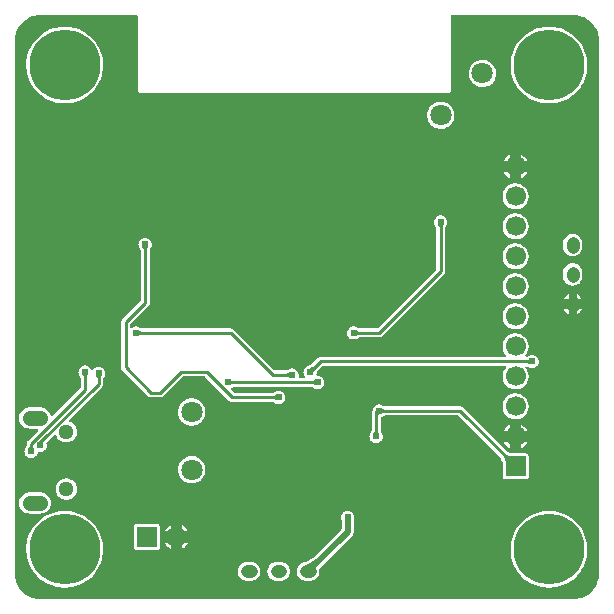
<source format=gbl>
G04 Layer: BottomLayer*
G04 EasyEDA v6.4.19.5, 2021-06-01T19:55:23+08:00*
G04 f6417cd83a5c4070a8feff0417839a82,e682ae8673584cf28fd3bb4b7cd2207e,10*
G04 Gerber Generator version 0.2*
G04 Scale: 100 percent, Rotated: No, Reflected: No *
G04 Dimensions in inches *
G04 leading zeros omitted , absolute positions ,3 integer and 6 decimal *
%FSLAX36Y36*%
%MOIN*%

%ADD10C,0.0100*%
%ADD11C,0.0200*%
%ADD14C,0.0240*%
%ADD40C,0.0709*%
%ADD41C,0.0512*%
%ADD42R,0.0669X0.0669*%
%ADD43C,0.0669*%
%ADD44C,0.2362*%
%ADD45C,0.0433*%

%LPD*%
G36*
X98720Y-1958400D02*
G01*
X90559Y-1958040D01*
X82920Y-1957020D01*
X75400Y-1955340D01*
X68060Y-1953000D01*
X60940Y-1950040D01*
X54120Y-1946459D01*
X47640Y-1942320D01*
X41520Y-1937620D01*
X35860Y-1932400D01*
X30660Y-1926699D01*
X25980Y-1920580D01*
X21860Y-1914079D01*
X18320Y-1907240D01*
X15380Y-1900120D01*
X13080Y-1892760D01*
X11419Y-1885240D01*
X10440Y-1877600D01*
X10100Y-1869780D01*
X10100Y-98720D01*
X10460Y-90559D01*
X11480Y-82920D01*
X13180Y-75400D01*
X15500Y-68060D01*
X18460Y-60940D01*
X22040Y-54120D01*
X26180Y-47640D01*
X30880Y-41520D01*
X36100Y-35860D01*
X41800Y-30660D01*
X47920Y-25980D01*
X54420Y-21860D01*
X61260Y-18320D01*
X68380Y-15380D01*
X75740Y-13080D01*
X83260Y-11419D01*
X90900Y-10440D01*
X98720Y-10100D01*
X415900Y-10100D01*
X417440Y-10400D01*
X418720Y-11279D01*
X419600Y-12560D01*
X419900Y-14100D01*
X419900Y-259760D01*
X420200Y-262300D01*
X421019Y-264440D01*
X422400Y-266440D01*
X423600Y-267640D01*
X425000Y-268660D01*
X427160Y-269640D01*
X430060Y-270100D01*
X1454760Y-270100D01*
X1457300Y-269800D01*
X1459440Y-268980D01*
X1461440Y-267600D01*
X1462640Y-266400D01*
X1463660Y-265000D01*
X1464640Y-262840D01*
X1465100Y-259940D01*
X1465100Y-14100D01*
X1465400Y-12560D01*
X1466279Y-11279D01*
X1467560Y-10400D01*
X1469100Y-10100D01*
X1869780Y-10100D01*
X1877940Y-10460D01*
X1885580Y-11480D01*
X1893100Y-13180D01*
X1900440Y-15500D01*
X1907560Y-18460D01*
X1914379Y-22040D01*
X1920880Y-26180D01*
X1926980Y-30880D01*
X1932640Y-36100D01*
X1937840Y-41800D01*
X1942520Y-47920D01*
X1946639Y-54420D01*
X1950180Y-61260D01*
X1953120Y-68380D01*
X1955420Y-75740D01*
X1957080Y-83260D01*
X1958060Y-90900D01*
X1958400Y-98720D01*
X1958400Y-1869780D01*
X1958040Y-1877940D01*
X1957020Y-1885580D01*
X1955340Y-1893100D01*
X1953000Y-1900440D01*
X1950040Y-1907560D01*
X1946459Y-1914379D01*
X1942320Y-1920880D01*
X1937620Y-1926980D01*
X1932400Y-1932640D01*
X1926699Y-1937840D01*
X1920580Y-1942520D01*
X1914079Y-1946639D01*
X1907240Y-1950180D01*
X1900120Y-1953120D01*
X1892760Y-1955420D01*
X1885240Y-1957080D01*
X1877600Y-1958060D01*
X1869780Y-1958400D01*
G37*

%LPC*%
G36*
X172200Y-1919440D02*
G01*
X182140Y-1919440D01*
X192060Y-1918680D01*
X201880Y-1917140D01*
X211560Y-1914840D01*
X221020Y-1911819D01*
X230219Y-1908060D01*
X239100Y-1903580D01*
X247620Y-1898460D01*
X255700Y-1892660D01*
X263320Y-1886279D01*
X270420Y-1879319D01*
X276960Y-1871819D01*
X282900Y-1863860D01*
X288200Y-1855440D01*
X292840Y-1846639D01*
X296780Y-1837520D01*
X300000Y-1828100D01*
X302480Y-1818480D01*
X304200Y-1808680D01*
X305160Y-1798800D01*
X305360Y-1788839D01*
X304780Y-1778920D01*
X303420Y-1769079D01*
X301320Y-1759360D01*
X298480Y-1749840D01*
X294900Y-1740560D01*
X290600Y-1731579D01*
X285640Y-1722980D01*
X280000Y-1714780D01*
X273760Y-1707040D01*
X266940Y-1699800D01*
X259579Y-1693120D01*
X251720Y-1687040D01*
X243420Y-1681560D01*
X234700Y-1676759D01*
X225660Y-1672660D01*
X216320Y-1669259D01*
X206740Y-1666579D01*
X196980Y-1664660D01*
X187100Y-1663520D01*
X177160Y-1663120D01*
X167240Y-1663520D01*
X157360Y-1664660D01*
X147600Y-1666579D01*
X138020Y-1669259D01*
X128680Y-1672660D01*
X119620Y-1676759D01*
X110920Y-1681560D01*
X102620Y-1687040D01*
X94760Y-1693120D01*
X87400Y-1699800D01*
X80580Y-1707040D01*
X74340Y-1714780D01*
X68700Y-1722980D01*
X63740Y-1731579D01*
X59440Y-1740560D01*
X55860Y-1749840D01*
X53019Y-1759360D01*
X50900Y-1769079D01*
X49560Y-1778920D01*
X48980Y-1788839D01*
X49180Y-1798800D01*
X50140Y-1808680D01*
X51860Y-1818480D01*
X54340Y-1828100D01*
X57560Y-1837520D01*
X61500Y-1846639D01*
X66140Y-1855440D01*
X71440Y-1863860D01*
X77380Y-1871819D01*
X83920Y-1879319D01*
X91020Y-1886279D01*
X98620Y-1892660D01*
X106720Y-1898460D01*
X115239Y-1903580D01*
X124120Y-1908060D01*
X133320Y-1911819D01*
X142780Y-1914840D01*
X152460Y-1917140D01*
X162280Y-1918680D01*
G37*
G36*
X1786360Y-1919440D02*
G01*
X1796300Y-1919440D01*
X1806220Y-1918680D01*
X1816040Y-1917140D01*
X1825720Y-1914840D01*
X1835180Y-1911819D01*
X1844379Y-1908060D01*
X1853280Y-1903580D01*
X1861780Y-1898460D01*
X1869880Y-1892660D01*
X1877500Y-1886279D01*
X1884600Y-1879319D01*
X1891120Y-1871819D01*
X1897060Y-1863860D01*
X1902360Y-1855440D01*
X1907000Y-1846639D01*
X1910940Y-1837520D01*
X1914160Y-1828100D01*
X1916639Y-1818480D01*
X1918360Y-1808680D01*
X1919319Y-1798800D01*
X1919520Y-1788839D01*
X1918940Y-1778920D01*
X1917600Y-1769079D01*
X1915500Y-1759360D01*
X1912640Y-1749840D01*
X1909060Y-1740560D01*
X1904760Y-1731579D01*
X1899800Y-1722980D01*
X1894180Y-1714780D01*
X1887940Y-1707040D01*
X1881100Y-1699800D01*
X1873740Y-1693120D01*
X1865880Y-1687040D01*
X1857580Y-1681560D01*
X1848880Y-1676759D01*
X1839820Y-1672660D01*
X1830480Y-1669259D01*
X1820900Y-1666579D01*
X1811140Y-1664660D01*
X1801279Y-1663520D01*
X1791339Y-1663120D01*
X1781399Y-1663520D01*
X1771519Y-1664660D01*
X1761759Y-1666579D01*
X1752200Y-1669259D01*
X1742840Y-1672660D01*
X1733800Y-1676759D01*
X1725100Y-1681560D01*
X1716780Y-1687040D01*
X1708920Y-1693120D01*
X1701560Y-1699800D01*
X1694740Y-1707040D01*
X1688500Y-1714780D01*
X1682880Y-1722980D01*
X1677900Y-1731579D01*
X1673620Y-1740560D01*
X1670040Y-1749840D01*
X1667180Y-1759360D01*
X1665080Y-1769079D01*
X1663740Y-1778920D01*
X1663160Y-1788839D01*
X1663340Y-1798800D01*
X1664300Y-1808680D01*
X1666040Y-1818480D01*
X1668520Y-1828100D01*
X1671740Y-1837520D01*
X1675680Y-1846639D01*
X1680300Y-1855440D01*
X1685600Y-1863860D01*
X1691540Y-1871819D01*
X1698080Y-1879319D01*
X1705180Y-1886279D01*
X1712800Y-1892660D01*
X1720880Y-1898460D01*
X1729400Y-1903580D01*
X1738280Y-1908060D01*
X1747480Y-1911819D01*
X1756960Y-1914840D01*
X1766620Y-1917140D01*
X1776459Y-1918680D01*
G37*
G36*
X785819Y-1896759D02*
G01*
X797320Y-1896759D01*
X802200Y-1896380D01*
X806840Y-1895340D01*
X811240Y-1893600D01*
X815360Y-1891220D01*
X819060Y-1888260D01*
X822300Y-1884800D01*
X824960Y-1880880D01*
X827020Y-1876600D01*
X828420Y-1872060D01*
X829120Y-1867380D01*
X829120Y-1862620D01*
X828420Y-1857940D01*
X827020Y-1853400D01*
X824960Y-1849120D01*
X822300Y-1845200D01*
X819060Y-1841740D01*
X815360Y-1838779D01*
X811240Y-1836399D01*
X806840Y-1834660D01*
X802200Y-1833620D01*
X797320Y-1833240D01*
X785819Y-1833240D01*
X780939Y-1833620D01*
X776300Y-1834660D01*
X771900Y-1836399D01*
X767780Y-1838779D01*
X764080Y-1841740D01*
X760840Y-1845200D01*
X758180Y-1849120D01*
X756120Y-1853400D01*
X754720Y-1857940D01*
X754020Y-1862620D01*
X754020Y-1867380D01*
X754720Y-1872060D01*
X756120Y-1876600D01*
X758180Y-1880880D01*
X760840Y-1884800D01*
X764080Y-1888260D01*
X767780Y-1891220D01*
X771900Y-1893600D01*
X776300Y-1895340D01*
X780939Y-1896380D01*
G37*
G36*
X884240Y-1896759D02*
G01*
X895759Y-1896759D01*
X900639Y-1896380D01*
X905260Y-1895340D01*
X909680Y-1893600D01*
X913780Y-1891220D01*
X917500Y-1888260D01*
X920720Y-1884800D01*
X923400Y-1880880D01*
X925440Y-1876600D01*
X926840Y-1872060D01*
X927560Y-1867380D01*
X927560Y-1862620D01*
X926840Y-1857940D01*
X925440Y-1853400D01*
X923400Y-1849120D01*
X920720Y-1845200D01*
X917500Y-1841740D01*
X913780Y-1838779D01*
X909680Y-1836399D01*
X905260Y-1834660D01*
X900639Y-1833620D01*
X895759Y-1833240D01*
X884240Y-1833240D01*
X879360Y-1833620D01*
X874740Y-1834660D01*
X870320Y-1836399D01*
X866200Y-1838779D01*
X862500Y-1841740D01*
X859280Y-1845200D01*
X856600Y-1849120D01*
X854539Y-1853400D01*
X853139Y-1857940D01*
X852440Y-1862620D01*
X852440Y-1867380D01*
X853139Y-1872060D01*
X854539Y-1876600D01*
X856600Y-1880880D01*
X859280Y-1884800D01*
X862500Y-1888260D01*
X866200Y-1891220D01*
X870320Y-1893600D01*
X874740Y-1895340D01*
X879360Y-1896380D01*
G37*
G36*
X982660Y-1896759D02*
G01*
X994180Y-1896759D01*
X999060Y-1896380D01*
X1003680Y-1895340D01*
X1008100Y-1893600D01*
X1012200Y-1891220D01*
X1015920Y-1888260D01*
X1019140Y-1884800D01*
X1021820Y-1880880D01*
X1023880Y-1876600D01*
X1025280Y-1872060D01*
X1025980Y-1867380D01*
X1025980Y-1862620D01*
X1025400Y-1858740D01*
X1025400Y-1857480D01*
X1025780Y-1856320D01*
X1026520Y-1855300D01*
X1134160Y-1747680D01*
X1135400Y-1746320D01*
X1136460Y-1744920D01*
X1137400Y-1743440D01*
X1138220Y-1741900D01*
X1138880Y-1740280D01*
X1139420Y-1738600D01*
X1139800Y-1736879D01*
X1140020Y-1735160D01*
X1140100Y-1733320D01*
X1140100Y-1694860D01*
X1140480Y-1693160D01*
X1140760Y-1692560D01*
X1141760Y-1688839D01*
X1142100Y-1685000D01*
X1141760Y-1681160D01*
X1140760Y-1677440D01*
X1139140Y-1673959D01*
X1136920Y-1670800D01*
X1134200Y-1668080D01*
X1131040Y-1665860D01*
X1127560Y-1664240D01*
X1123840Y-1663240D01*
X1120000Y-1662900D01*
X1116160Y-1663240D01*
X1112440Y-1664240D01*
X1108960Y-1665860D01*
X1105800Y-1668080D01*
X1103080Y-1670800D01*
X1100860Y-1673959D01*
X1099240Y-1677440D01*
X1098240Y-1681160D01*
X1097900Y-1685000D01*
X1098240Y-1688839D01*
X1099240Y-1692560D01*
X1099520Y-1693160D01*
X1099900Y-1694860D01*
X1099900Y-1723420D01*
X1099600Y-1724940D01*
X1098720Y-1726240D01*
X1005639Y-1819340D01*
X1004700Y-1820040D01*
X980300Y-1833080D01*
X978700Y-1833540D01*
X977780Y-1833620D01*
X973160Y-1834660D01*
X968740Y-1836399D01*
X964640Y-1838779D01*
X960920Y-1841740D01*
X957700Y-1845200D01*
X955020Y-1849120D01*
X952960Y-1853400D01*
X951560Y-1857940D01*
X950860Y-1862620D01*
X950860Y-1867380D01*
X951560Y-1872060D01*
X952960Y-1876600D01*
X955020Y-1880880D01*
X957700Y-1884800D01*
X960920Y-1888260D01*
X964640Y-1891220D01*
X968740Y-1893600D01*
X973160Y-1895340D01*
X977780Y-1896380D01*
G37*
G36*
X417540Y-1793560D02*
G01*
X484020Y-1793560D01*
X486500Y-1793280D01*
X488620Y-1792540D01*
X490540Y-1791339D01*
X492120Y-1789740D01*
X493320Y-1787840D01*
X494080Y-1785700D01*
X494360Y-1783240D01*
X494360Y-1716759D01*
X494080Y-1714280D01*
X493320Y-1712160D01*
X492120Y-1710260D01*
X490540Y-1708660D01*
X488620Y-1707460D01*
X486500Y-1706699D01*
X484020Y-1706440D01*
X417540Y-1706440D01*
X415080Y-1706699D01*
X412960Y-1707460D01*
X411040Y-1708660D01*
X409440Y-1710260D01*
X408240Y-1712160D01*
X407500Y-1714280D01*
X407220Y-1716759D01*
X407220Y-1783240D01*
X407500Y-1785700D01*
X408240Y-1787840D01*
X409440Y-1789740D01*
X411040Y-1791339D01*
X412960Y-1792540D01*
X415080Y-1793280D01*
G37*
G36*
X568440Y-1789019D02*
G01*
X569360Y-1788620D01*
X574140Y-1785720D01*
X578500Y-1782240D01*
X582380Y-1778240D01*
X585720Y-1773760D01*
X588260Y-1769220D01*
X568440Y-1769220D01*
G37*
G36*
X529980Y-1788980D02*
G01*
X529980Y-1769220D01*
X510240Y-1769220D01*
X511260Y-1771360D01*
X514300Y-1776040D01*
X517920Y-1780300D01*
X522060Y-1784040D01*
X526640Y-1787240D01*
G37*
G36*
X510240Y-1730760D02*
G01*
X529980Y-1730760D01*
X529980Y-1711000D01*
X526640Y-1712740D01*
X522060Y-1715940D01*
X517920Y-1719700D01*
X514300Y-1723940D01*
X511260Y-1728620D01*
G37*
G36*
X568440Y-1730760D02*
G01*
X588260Y-1730760D01*
X585720Y-1726240D01*
X582380Y-1721759D01*
X578500Y-1717760D01*
X574140Y-1714280D01*
X569360Y-1711380D01*
X568440Y-1710980D01*
G37*
G36*
X59860Y-1672420D02*
G01*
X95020Y-1672420D01*
X100020Y-1672080D01*
X104780Y-1671100D01*
X109380Y-1669460D01*
X113699Y-1667220D01*
X117680Y-1664420D01*
X121240Y-1661080D01*
X124300Y-1657300D01*
X126840Y-1653140D01*
X128780Y-1648680D01*
X130100Y-1644000D01*
X130760Y-1639160D01*
X130760Y-1634300D01*
X130100Y-1629480D01*
X128780Y-1624780D01*
X126840Y-1620320D01*
X124300Y-1616160D01*
X121240Y-1612380D01*
X117680Y-1609060D01*
X113699Y-1606240D01*
X109380Y-1604000D01*
X104780Y-1602380D01*
X100020Y-1601380D01*
X95020Y-1601040D01*
X59860Y-1601040D01*
X54860Y-1601380D01*
X50100Y-1602380D01*
X45500Y-1604000D01*
X41180Y-1606240D01*
X37200Y-1609060D01*
X33640Y-1612380D01*
X30580Y-1616160D01*
X28040Y-1620320D01*
X26100Y-1624780D01*
X24780Y-1629480D01*
X24120Y-1634300D01*
X24120Y-1639160D01*
X24780Y-1644000D01*
X26100Y-1648680D01*
X28040Y-1653140D01*
X30580Y-1657300D01*
X33640Y-1661080D01*
X37200Y-1664420D01*
X41180Y-1667220D01*
X45500Y-1669460D01*
X50100Y-1671100D01*
X54860Y-1672080D01*
G37*
G36*
X182560Y-1626160D02*
G01*
X187520Y-1625800D01*
X192399Y-1624780D01*
X197079Y-1623060D01*
X201460Y-1620740D01*
X205500Y-1617800D01*
X209080Y-1614340D01*
X212140Y-1610420D01*
X214620Y-1606120D01*
X216500Y-1601500D01*
X217700Y-1596660D01*
X218220Y-1591720D01*
X218039Y-1586740D01*
X217180Y-1581840D01*
X215640Y-1577100D01*
X213460Y-1572640D01*
X210680Y-1568500D01*
X207340Y-1564800D01*
X203540Y-1561600D01*
X199320Y-1558959D01*
X194760Y-1556940D01*
X189980Y-1555580D01*
X185040Y-1554880D01*
X180080Y-1554880D01*
X175140Y-1555580D01*
X170360Y-1556940D01*
X165799Y-1558959D01*
X161580Y-1561600D01*
X157780Y-1564800D01*
X154440Y-1568500D01*
X151660Y-1572640D01*
X149480Y-1577100D01*
X147940Y-1581840D01*
X147080Y-1586740D01*
X146900Y-1591720D01*
X147420Y-1596660D01*
X148620Y-1601500D01*
X150500Y-1606120D01*
X152980Y-1610420D01*
X156040Y-1614340D01*
X159620Y-1617800D01*
X163660Y-1620740D01*
X168039Y-1623060D01*
X172719Y-1624780D01*
X177600Y-1625800D01*
G37*
G36*
X600000Y-1571579D02*
G01*
X605700Y-1571220D01*
X611320Y-1570160D01*
X616760Y-1568400D01*
X621940Y-1565960D01*
X626760Y-1562900D01*
X631160Y-1559240D01*
X635080Y-1555080D01*
X638440Y-1550460D01*
X641200Y-1545440D01*
X643300Y-1540140D01*
X644720Y-1534600D01*
X645440Y-1528920D01*
X645440Y-1523200D01*
X644720Y-1517540D01*
X643300Y-1512000D01*
X641200Y-1506680D01*
X638440Y-1501660D01*
X635080Y-1497040D01*
X631160Y-1492880D01*
X626760Y-1489240D01*
X621940Y-1486160D01*
X616760Y-1483740D01*
X611320Y-1481960D01*
X605700Y-1480900D01*
X600000Y-1480540D01*
X594300Y-1480900D01*
X588680Y-1481960D01*
X583240Y-1483740D01*
X578060Y-1486160D01*
X573240Y-1489240D01*
X568840Y-1492880D01*
X564920Y-1497040D01*
X561560Y-1501660D01*
X558800Y-1506680D01*
X556700Y-1512000D01*
X555280Y-1517540D01*
X554560Y-1523200D01*
X554560Y-1528920D01*
X555280Y-1534600D01*
X556700Y-1540140D01*
X558800Y-1545440D01*
X561560Y-1550460D01*
X564920Y-1555080D01*
X568840Y-1559240D01*
X573240Y-1562900D01*
X578060Y-1565960D01*
X583240Y-1568400D01*
X588680Y-1570160D01*
X594300Y-1571220D01*
G37*
G36*
X1646759Y-1558560D02*
G01*
X1713240Y-1558560D01*
X1715700Y-1558280D01*
X1717840Y-1557540D01*
X1719740Y-1556339D01*
X1721339Y-1554740D01*
X1722540Y-1552840D01*
X1723280Y-1550700D01*
X1723560Y-1548240D01*
X1723560Y-1481759D01*
X1723280Y-1479300D01*
X1722540Y-1477160D01*
X1721339Y-1475260D01*
X1719740Y-1473660D01*
X1717840Y-1472460D01*
X1715700Y-1471720D01*
X1713240Y-1471440D01*
X1666500Y-1471440D01*
X1665240Y-1471240D01*
X1654660Y-1467700D01*
X1653100Y-1466740D01*
X1505820Y-1319460D01*
X1503380Y-1317460D01*
X1500780Y-1316060D01*
X1497940Y-1315200D01*
X1494800Y-1314900D01*
X1244540Y-1314900D01*
X1242820Y-1314520D01*
X1238220Y-1312320D01*
X1236040Y-1310860D01*
X1232560Y-1309240D01*
X1228840Y-1308240D01*
X1225000Y-1307900D01*
X1221160Y-1308240D01*
X1217440Y-1309240D01*
X1213960Y-1310860D01*
X1210800Y-1313080D01*
X1208080Y-1315800D01*
X1205860Y-1318959D01*
X1204240Y-1322440D01*
X1203240Y-1326160D01*
X1203120Y-1327240D01*
X1202100Y-1331960D01*
X1201720Y-1333020D01*
X1201060Y-1334220D01*
X1200200Y-1337060D01*
X1199900Y-1340200D01*
X1199900Y-1395460D01*
X1199520Y-1397180D01*
X1197320Y-1401780D01*
X1195860Y-1403959D01*
X1194240Y-1407440D01*
X1193240Y-1411160D01*
X1192900Y-1415000D01*
X1193240Y-1418839D01*
X1194240Y-1422560D01*
X1195860Y-1426040D01*
X1198080Y-1429199D01*
X1200800Y-1431920D01*
X1203960Y-1434139D01*
X1207440Y-1435760D01*
X1211160Y-1436759D01*
X1215000Y-1437100D01*
X1218840Y-1436759D01*
X1222560Y-1435760D01*
X1226040Y-1434139D01*
X1229200Y-1431920D01*
X1231920Y-1429199D01*
X1234140Y-1426040D01*
X1235760Y-1422560D01*
X1236760Y-1418839D01*
X1237100Y-1415000D01*
X1236760Y-1411160D01*
X1235760Y-1407440D01*
X1234140Y-1403959D01*
X1232680Y-1401780D01*
X1230480Y-1397180D01*
X1230100Y-1395460D01*
X1230100Y-1354460D01*
X1230380Y-1352980D01*
X1231200Y-1351699D01*
X1232400Y-1350820D01*
X1236040Y-1349139D01*
X1238220Y-1347680D01*
X1242820Y-1345480D01*
X1244540Y-1345100D01*
X1487080Y-1345100D01*
X1488620Y-1345400D01*
X1489920Y-1346279D01*
X1631740Y-1488080D01*
X1632700Y-1489660D01*
X1636240Y-1500240D01*
X1636440Y-1501500D01*
X1636440Y-1548240D01*
X1636720Y-1550700D01*
X1637460Y-1552840D01*
X1638660Y-1554740D01*
X1640260Y-1556339D01*
X1642160Y-1557540D01*
X1644300Y-1558280D01*
G37*
G36*
X65000Y-1487100D02*
G01*
X68840Y-1486759D01*
X72560Y-1485760D01*
X76040Y-1484139D01*
X79200Y-1481920D01*
X81920Y-1479199D01*
X84140Y-1476040D01*
X85760Y-1472560D01*
X86540Y-1469660D01*
X87120Y-1468400D01*
X88120Y-1467420D01*
X89380Y-1466819D01*
X90760Y-1466699D01*
X95000Y-1467100D01*
X98840Y-1466759D01*
X102560Y-1465760D01*
X106039Y-1464139D01*
X109200Y-1461920D01*
X111920Y-1459199D01*
X114140Y-1456040D01*
X115760Y-1452560D01*
X116760Y-1448839D01*
X117100Y-1445000D01*
X116760Y-1441160D01*
X116140Y-1438520D01*
X116060Y-1437160D01*
X116320Y-1435520D01*
X117240Y-1434120D01*
X142100Y-1409259D01*
X143400Y-1408380D01*
X144940Y-1408080D01*
X146480Y-1408400D01*
X147780Y-1409280D01*
X148640Y-1410580D01*
X150500Y-1415160D01*
X152980Y-1419480D01*
X156040Y-1423400D01*
X159620Y-1426860D01*
X163660Y-1429780D01*
X168039Y-1432120D01*
X172719Y-1433820D01*
X177600Y-1434860D01*
X182560Y-1435200D01*
X187520Y-1434860D01*
X192399Y-1433820D01*
X197079Y-1432120D01*
X201460Y-1429780D01*
X205500Y-1426860D01*
X209080Y-1423400D01*
X212140Y-1419480D01*
X214620Y-1415160D01*
X216500Y-1410560D01*
X217700Y-1405720D01*
X218220Y-1400780D01*
X218039Y-1395800D01*
X217180Y-1390900D01*
X215640Y-1386160D01*
X213460Y-1381680D01*
X210680Y-1377560D01*
X207340Y-1373860D01*
X203540Y-1370660D01*
X199320Y-1368020D01*
X194760Y-1366000D01*
X193980Y-1365780D01*
X192520Y-1365000D01*
X191500Y-1363700D01*
X191080Y-1362120D01*
X191360Y-1360480D01*
X192260Y-1359100D01*
X300540Y-1250820D01*
X302540Y-1248380D01*
X303940Y-1245780D01*
X304800Y-1242940D01*
X305100Y-1239800D01*
X305100Y-1224540D01*
X305480Y-1222820D01*
X307680Y-1218220D01*
X309140Y-1216040D01*
X310760Y-1212560D01*
X311760Y-1208840D01*
X312100Y-1205000D01*
X311760Y-1201160D01*
X310760Y-1197440D01*
X309140Y-1193960D01*
X306920Y-1190800D01*
X304200Y-1188080D01*
X301040Y-1185860D01*
X297560Y-1184240D01*
X293840Y-1183240D01*
X290000Y-1182900D01*
X286160Y-1183240D01*
X282440Y-1184240D01*
X278960Y-1185860D01*
X275800Y-1188080D01*
X273080Y-1190800D01*
X272200Y-1192060D01*
X270980Y-1193180D01*
X269400Y-1193720D01*
X267760Y-1193580D01*
X266300Y-1192780D01*
X265300Y-1191440D01*
X264140Y-1188960D01*
X261920Y-1185800D01*
X259200Y-1183080D01*
X256040Y-1180860D01*
X252560Y-1179240D01*
X248840Y-1178240D01*
X245000Y-1177900D01*
X241160Y-1178240D01*
X237440Y-1179240D01*
X233960Y-1180860D01*
X230799Y-1183080D01*
X228080Y-1185800D01*
X225859Y-1188960D01*
X224240Y-1192440D01*
X223240Y-1196160D01*
X222900Y-1200000D01*
X223240Y-1203840D01*
X224240Y-1207560D01*
X225859Y-1211040D01*
X227320Y-1213220D01*
X229520Y-1217820D01*
X229899Y-1219540D01*
X229899Y-1252080D01*
X229600Y-1253620D01*
X228720Y-1254920D01*
X136580Y-1347060D01*
X135200Y-1347980D01*
X133560Y-1348240D01*
X131960Y-1347820D01*
X130660Y-1346780D01*
X129900Y-1345320D01*
X128780Y-1341320D01*
X126840Y-1336860D01*
X124300Y-1332700D01*
X121240Y-1328920D01*
X117680Y-1325580D01*
X113699Y-1322780D01*
X109380Y-1320540D01*
X104780Y-1318920D01*
X100020Y-1317920D01*
X95020Y-1317580D01*
X59860Y-1317580D01*
X54860Y-1317920D01*
X50100Y-1318920D01*
X45500Y-1320540D01*
X41180Y-1322780D01*
X37200Y-1325580D01*
X33640Y-1328920D01*
X30580Y-1332700D01*
X28040Y-1336860D01*
X26100Y-1341320D01*
X24780Y-1346000D01*
X24120Y-1350840D01*
X24120Y-1355700D01*
X24780Y-1360520D01*
X26100Y-1365220D01*
X28040Y-1369680D01*
X30580Y-1373839D01*
X33640Y-1377620D01*
X37200Y-1380940D01*
X41180Y-1383760D01*
X45500Y-1386000D01*
X50100Y-1387620D01*
X54860Y-1388620D01*
X59860Y-1388959D01*
X85040Y-1388959D01*
X86560Y-1389259D01*
X87860Y-1390140D01*
X88720Y-1391420D01*
X89040Y-1392960D01*
X88720Y-1394480D01*
X87860Y-1395780D01*
X54460Y-1429180D01*
X52460Y-1431620D01*
X51060Y-1434220D01*
X50199Y-1437060D01*
X49900Y-1440200D01*
X49900Y-1445460D01*
X49520Y-1447180D01*
X47320Y-1451780D01*
X45860Y-1453959D01*
X44240Y-1457440D01*
X43240Y-1461160D01*
X42900Y-1465000D01*
X43240Y-1468839D01*
X44240Y-1472560D01*
X45860Y-1476040D01*
X48080Y-1479199D01*
X50800Y-1481920D01*
X53960Y-1484139D01*
X57440Y-1485760D01*
X61160Y-1486759D01*
G37*
G36*
X1699240Y-1454019D02*
G01*
X1700140Y-1453620D01*
X1704920Y-1450720D01*
X1709280Y-1447240D01*
X1713160Y-1443240D01*
X1716500Y-1438760D01*
X1719060Y-1434240D01*
X1699240Y-1434240D01*
G37*
G36*
X1660760Y-1454000D02*
G01*
X1660760Y-1434240D01*
X1641020Y-1434240D01*
X1642040Y-1436380D01*
X1645100Y-1441060D01*
X1648720Y-1445300D01*
X1652840Y-1449060D01*
X1657420Y-1452240D01*
G37*
G36*
X1641020Y-1395760D02*
G01*
X1660760Y-1395760D01*
X1660760Y-1376000D01*
X1657420Y-1377760D01*
X1652840Y-1380940D01*
X1648720Y-1384700D01*
X1645100Y-1388940D01*
X1642040Y-1393620D01*
G37*
G36*
X1699240Y-1395760D02*
G01*
X1719060Y-1395760D01*
X1716500Y-1391240D01*
X1713160Y-1386759D01*
X1709280Y-1382760D01*
X1704920Y-1379280D01*
X1700140Y-1376380D01*
X1699240Y-1375980D01*
G37*
G36*
X600000Y-1379460D02*
G01*
X605700Y-1379100D01*
X611320Y-1378040D01*
X616760Y-1376260D01*
X621940Y-1373839D01*
X626760Y-1370760D01*
X631160Y-1367120D01*
X635080Y-1362960D01*
X638440Y-1358340D01*
X641200Y-1353320D01*
X643300Y-1348000D01*
X644720Y-1342460D01*
X645440Y-1336800D01*
X645440Y-1331080D01*
X644720Y-1325400D01*
X643300Y-1319860D01*
X641200Y-1314560D01*
X638440Y-1309540D01*
X635080Y-1304920D01*
X631160Y-1300760D01*
X626760Y-1297100D01*
X621940Y-1294040D01*
X616760Y-1291600D01*
X611320Y-1289840D01*
X605700Y-1288779D01*
X600000Y-1288420D01*
X594300Y-1288779D01*
X588680Y-1289840D01*
X583240Y-1291600D01*
X578060Y-1294040D01*
X573240Y-1297100D01*
X568840Y-1300760D01*
X564920Y-1304920D01*
X561560Y-1309540D01*
X558800Y-1314560D01*
X556700Y-1319860D01*
X555280Y-1325400D01*
X554560Y-1331080D01*
X554560Y-1336800D01*
X555280Y-1342460D01*
X556700Y-1348000D01*
X558800Y-1353320D01*
X561560Y-1358340D01*
X564920Y-1362960D01*
X568840Y-1367120D01*
X573240Y-1370760D01*
X578060Y-1373839D01*
X583240Y-1376260D01*
X588680Y-1378040D01*
X594300Y-1379100D01*
G37*
G36*
X1678600Y-1358540D02*
G01*
X1684180Y-1358360D01*
X1689700Y-1357460D01*
X1695040Y-1355880D01*
X1700140Y-1353620D01*
X1704920Y-1350720D01*
X1709280Y-1347240D01*
X1713160Y-1343240D01*
X1716500Y-1338760D01*
X1719240Y-1333899D01*
X1721339Y-1328720D01*
X1722760Y-1323320D01*
X1723460Y-1317800D01*
X1723460Y-1312200D01*
X1722760Y-1306680D01*
X1721339Y-1301279D01*
X1719240Y-1296100D01*
X1716500Y-1291240D01*
X1713160Y-1286759D01*
X1709280Y-1282760D01*
X1704920Y-1279280D01*
X1700140Y-1276380D01*
X1695040Y-1274120D01*
X1689700Y-1272540D01*
X1684180Y-1271640D01*
X1678600Y-1271460D01*
X1673040Y-1272000D01*
X1667600Y-1273240D01*
X1662360Y-1275180D01*
X1657420Y-1277760D01*
X1652840Y-1280940D01*
X1648720Y-1284700D01*
X1645100Y-1288940D01*
X1642040Y-1293620D01*
X1639620Y-1298660D01*
X1637860Y-1303959D01*
X1636800Y-1309440D01*
X1636440Y-1315000D01*
X1636800Y-1320560D01*
X1637860Y-1326040D01*
X1639620Y-1331339D01*
X1642040Y-1336380D01*
X1645100Y-1341060D01*
X1648720Y-1345300D01*
X1652840Y-1349060D01*
X1657420Y-1352240D01*
X1662360Y-1354820D01*
X1667600Y-1356759D01*
X1673040Y-1358000D01*
G37*
G36*
X890000Y-1307100D02*
G01*
X893840Y-1306759D01*
X897560Y-1305760D01*
X901040Y-1304139D01*
X904200Y-1301920D01*
X906919Y-1299199D01*
X909140Y-1296040D01*
X910759Y-1292560D01*
X911760Y-1288839D01*
X912099Y-1285000D01*
X911760Y-1281160D01*
X910759Y-1277440D01*
X909140Y-1273960D01*
X906919Y-1270800D01*
X904200Y-1268080D01*
X901040Y-1265860D01*
X897560Y-1264240D01*
X893840Y-1263240D01*
X890000Y-1262900D01*
X886160Y-1263240D01*
X882440Y-1264240D01*
X878960Y-1265860D01*
X876780Y-1267320D01*
X872180Y-1269520D01*
X870460Y-1269900D01*
X742920Y-1269900D01*
X741380Y-1269600D01*
X740080Y-1268720D01*
X731140Y-1259800D01*
X730220Y-1258340D01*
X730000Y-1256620D01*
X730520Y-1254960D01*
X731680Y-1253680D01*
X733220Y-1252680D01*
X737820Y-1250480D01*
X739539Y-1250100D01*
X1000460Y-1250100D01*
X1002180Y-1250480D01*
X1006780Y-1252680D01*
X1008960Y-1254140D01*
X1012440Y-1255760D01*
X1016160Y-1256760D01*
X1020000Y-1257100D01*
X1023840Y-1256760D01*
X1027560Y-1255760D01*
X1031040Y-1254140D01*
X1034200Y-1251920D01*
X1036919Y-1249200D01*
X1039140Y-1246040D01*
X1040759Y-1242560D01*
X1041760Y-1238840D01*
X1042099Y-1235000D01*
X1041760Y-1231160D01*
X1040759Y-1227440D01*
X1039140Y-1223960D01*
X1036919Y-1220800D01*
X1034200Y-1218080D01*
X1031040Y-1215860D01*
X1027560Y-1214240D01*
X1023840Y-1213240D01*
X1018340Y-1212740D01*
X1017000Y-1212020D01*
X1016020Y-1210860D01*
X1015560Y-1209420D01*
X1015660Y-1207900D01*
X1016979Y-1202800D01*
X1018540Y-1198360D01*
X1019500Y-1196860D01*
X1035080Y-1181280D01*
X1036380Y-1180400D01*
X1037920Y-1180100D01*
X1643959Y-1180100D01*
X1645440Y-1180380D01*
X1646720Y-1181200D01*
X1647600Y-1182420D01*
X1647960Y-1183880D01*
X1647760Y-1185380D01*
X1647020Y-1186700D01*
X1645100Y-1188940D01*
X1642040Y-1193620D01*
X1639620Y-1198660D01*
X1637860Y-1203960D01*
X1636800Y-1209440D01*
X1636440Y-1215000D01*
X1636800Y-1220560D01*
X1637860Y-1226040D01*
X1639620Y-1231340D01*
X1642040Y-1236380D01*
X1645100Y-1241060D01*
X1648720Y-1245300D01*
X1652840Y-1249060D01*
X1657420Y-1252240D01*
X1662360Y-1254820D01*
X1667600Y-1256760D01*
X1673040Y-1258000D01*
X1678600Y-1258540D01*
X1684180Y-1258360D01*
X1689700Y-1257460D01*
X1695040Y-1255880D01*
X1700140Y-1253620D01*
X1704920Y-1250720D01*
X1709280Y-1247240D01*
X1713160Y-1243240D01*
X1716500Y-1238760D01*
X1719240Y-1233900D01*
X1721339Y-1228720D01*
X1722760Y-1223320D01*
X1723460Y-1217800D01*
X1723460Y-1212200D01*
X1722760Y-1206680D01*
X1721339Y-1201280D01*
X1719240Y-1196100D01*
X1716500Y-1191240D01*
X1713360Y-1187020D01*
X1712640Y-1185400D01*
X1712680Y-1183660D01*
X1713460Y-1182080D01*
X1714840Y-1181000D01*
X1716560Y-1180620D01*
X1718280Y-1181000D01*
X1721780Y-1182680D01*
X1723959Y-1184140D01*
X1727440Y-1185760D01*
X1731160Y-1186760D01*
X1735000Y-1187100D01*
X1738839Y-1186760D01*
X1742560Y-1185760D01*
X1746040Y-1184140D01*
X1749199Y-1181920D01*
X1751920Y-1179200D01*
X1754139Y-1176040D01*
X1755760Y-1172560D01*
X1756759Y-1168840D01*
X1757100Y-1165000D01*
X1756759Y-1161160D01*
X1755760Y-1157440D01*
X1754139Y-1153960D01*
X1751920Y-1150800D01*
X1749199Y-1148080D01*
X1746040Y-1145860D01*
X1742560Y-1144240D01*
X1738839Y-1143240D01*
X1735000Y-1142900D01*
X1731160Y-1143240D01*
X1727440Y-1144240D01*
X1723959Y-1145860D01*
X1721780Y-1147320D01*
X1718280Y-1149000D01*
X1716560Y-1149380D01*
X1714840Y-1149000D01*
X1713460Y-1147920D01*
X1712680Y-1146340D01*
X1712640Y-1144600D01*
X1713360Y-1142980D01*
X1716500Y-1138760D01*
X1719240Y-1133900D01*
X1721339Y-1128720D01*
X1722760Y-1123320D01*
X1723460Y-1117800D01*
X1723460Y-1112200D01*
X1722760Y-1106680D01*
X1721339Y-1101280D01*
X1719240Y-1096100D01*
X1716500Y-1091240D01*
X1713160Y-1086760D01*
X1709280Y-1082760D01*
X1704920Y-1079280D01*
X1700140Y-1076380D01*
X1695040Y-1074120D01*
X1689700Y-1072540D01*
X1684180Y-1071640D01*
X1678600Y-1071460D01*
X1673040Y-1072000D01*
X1667600Y-1073240D01*
X1662360Y-1075180D01*
X1657420Y-1077760D01*
X1652840Y-1080940D01*
X1648720Y-1084700D01*
X1645100Y-1088940D01*
X1642040Y-1093620D01*
X1639620Y-1098660D01*
X1637860Y-1103960D01*
X1636800Y-1109440D01*
X1636440Y-1115000D01*
X1636800Y-1120560D01*
X1637860Y-1126040D01*
X1639620Y-1131340D01*
X1642040Y-1136380D01*
X1645100Y-1141060D01*
X1647020Y-1143300D01*
X1647760Y-1144620D01*
X1647960Y-1146120D01*
X1647600Y-1147580D01*
X1646720Y-1148800D01*
X1645440Y-1149620D01*
X1643959Y-1149900D01*
X1030200Y-1149900D01*
X1027060Y-1150200D01*
X1024220Y-1151060D01*
X1021620Y-1152460D01*
X1019180Y-1154460D01*
X998139Y-1175500D01*
X996640Y-1176460D01*
X992200Y-1178020D01*
X987440Y-1179240D01*
X983960Y-1180860D01*
X980800Y-1183080D01*
X978080Y-1185800D01*
X975860Y-1188960D01*
X974240Y-1192440D01*
X973240Y-1196160D01*
X972900Y-1200000D01*
X973240Y-1203840D01*
X974240Y-1207560D01*
X975860Y-1211040D01*
X977660Y-1213600D01*
X978319Y-1215200D01*
X978240Y-1216940D01*
X977440Y-1218480D01*
X976080Y-1219520D01*
X974380Y-1219900D01*
X960340Y-1219900D01*
X958920Y-1219640D01*
X957660Y-1218880D01*
X956780Y-1217720D01*
X956360Y-1216320D01*
X956480Y-1214860D01*
X956760Y-1213840D01*
X957099Y-1210000D01*
X956760Y-1206160D01*
X955759Y-1202440D01*
X954140Y-1198960D01*
X951919Y-1195800D01*
X949200Y-1193080D01*
X946040Y-1190860D01*
X942560Y-1189240D01*
X938840Y-1188240D01*
X935000Y-1187900D01*
X931160Y-1188240D01*
X927440Y-1189240D01*
X923960Y-1190860D01*
X921780Y-1192320D01*
X917180Y-1194520D01*
X915460Y-1194900D01*
X877920Y-1194900D01*
X876380Y-1194600D01*
X875080Y-1193720D01*
X740819Y-1059460D01*
X738379Y-1057460D01*
X735780Y-1056060D01*
X732940Y-1055200D01*
X729800Y-1054900D01*
X434540Y-1054900D01*
X432819Y-1054520D01*
X428220Y-1052320D01*
X426040Y-1050860D01*
X422560Y-1049240D01*
X418840Y-1048240D01*
X415000Y-1047900D01*
X411160Y-1048240D01*
X407440Y-1049240D01*
X403960Y-1050860D01*
X401400Y-1052660D01*
X399799Y-1053320D01*
X398060Y-1053240D01*
X396520Y-1052440D01*
X395480Y-1051080D01*
X395100Y-1049380D01*
X395100Y-1042920D01*
X395400Y-1041380D01*
X396280Y-1040080D01*
X455540Y-980819D01*
X457540Y-978379D01*
X458940Y-975780D01*
X459799Y-972940D01*
X460100Y-969800D01*
X460100Y-794539D01*
X460480Y-792820D01*
X462680Y-788220D01*
X464140Y-786040D01*
X465760Y-782560D01*
X466760Y-778840D01*
X467100Y-775000D01*
X466760Y-771160D01*
X465760Y-767440D01*
X464140Y-763960D01*
X461920Y-760800D01*
X459200Y-758080D01*
X456040Y-755860D01*
X452560Y-754240D01*
X448840Y-753240D01*
X445000Y-752900D01*
X441160Y-753240D01*
X437440Y-754240D01*
X433960Y-755860D01*
X430800Y-758080D01*
X428080Y-760800D01*
X425860Y-763960D01*
X424240Y-767440D01*
X423240Y-771160D01*
X422900Y-775000D01*
X423240Y-778840D01*
X424240Y-782560D01*
X425860Y-786040D01*
X427320Y-788220D01*
X429520Y-792820D01*
X429900Y-794539D01*
X429900Y-962080D01*
X429600Y-963620D01*
X428720Y-964920D01*
X369460Y-1024180D01*
X367460Y-1026620D01*
X366060Y-1029220D01*
X365200Y-1032060D01*
X364900Y-1035200D01*
X364900Y-1184800D01*
X365200Y-1187940D01*
X366060Y-1190780D01*
X367460Y-1193380D01*
X369460Y-1195820D01*
X454180Y-1280540D01*
X456620Y-1282540D01*
X459219Y-1283940D01*
X462060Y-1284800D01*
X465200Y-1285100D01*
X494799Y-1285100D01*
X497939Y-1284800D01*
X500780Y-1283940D01*
X503380Y-1282540D01*
X505820Y-1280540D01*
X570080Y-1216280D01*
X571380Y-1215400D01*
X572920Y-1215100D01*
X642080Y-1215100D01*
X643620Y-1215400D01*
X644920Y-1216280D01*
X724180Y-1295540D01*
X726620Y-1297540D01*
X729220Y-1298940D01*
X732060Y-1299800D01*
X735200Y-1300100D01*
X870460Y-1300100D01*
X872180Y-1300480D01*
X876780Y-1302680D01*
X878960Y-1304139D01*
X882440Y-1305760D01*
X886160Y-1306759D01*
G37*
G36*
X1140000Y-1092100D02*
G01*
X1143840Y-1091760D01*
X1147560Y-1090760D01*
X1151040Y-1089140D01*
X1153220Y-1087680D01*
X1157820Y-1085480D01*
X1159540Y-1085100D01*
X1224800Y-1085100D01*
X1227940Y-1084800D01*
X1230780Y-1083940D01*
X1233380Y-1082540D01*
X1235820Y-1080540D01*
X1440540Y-875819D01*
X1442540Y-873379D01*
X1443940Y-870780D01*
X1444800Y-867940D01*
X1445100Y-864800D01*
X1445100Y-719539D01*
X1445480Y-717820D01*
X1447680Y-713220D01*
X1449139Y-711040D01*
X1450760Y-707560D01*
X1451759Y-703840D01*
X1452100Y-700000D01*
X1451759Y-696160D01*
X1450760Y-692440D01*
X1449139Y-688960D01*
X1446920Y-685800D01*
X1444199Y-683080D01*
X1441040Y-680860D01*
X1437560Y-679240D01*
X1433839Y-678240D01*
X1430000Y-677900D01*
X1426160Y-678240D01*
X1422440Y-679240D01*
X1418959Y-680860D01*
X1415800Y-683080D01*
X1413080Y-685800D01*
X1410860Y-688960D01*
X1409240Y-692440D01*
X1408240Y-696160D01*
X1407900Y-700000D01*
X1408240Y-703840D01*
X1409240Y-707560D01*
X1410860Y-711040D01*
X1412320Y-713220D01*
X1414520Y-717820D01*
X1414900Y-719539D01*
X1414900Y-857080D01*
X1414600Y-858620D01*
X1413720Y-859920D01*
X1219920Y-1053720D01*
X1218620Y-1054600D01*
X1217080Y-1054900D01*
X1159540Y-1054900D01*
X1157820Y-1054520D01*
X1153220Y-1052320D01*
X1151040Y-1050860D01*
X1147560Y-1049240D01*
X1143840Y-1048240D01*
X1140000Y-1047900D01*
X1136160Y-1048240D01*
X1132440Y-1049240D01*
X1128960Y-1050860D01*
X1125800Y-1053080D01*
X1123080Y-1055800D01*
X1120860Y-1058960D01*
X1119240Y-1062440D01*
X1118240Y-1066160D01*
X1117900Y-1070000D01*
X1118240Y-1073840D01*
X1119240Y-1077560D01*
X1120860Y-1081040D01*
X1123080Y-1084200D01*
X1125800Y-1086920D01*
X1128960Y-1089140D01*
X1132440Y-1090760D01*
X1136160Y-1091760D01*
G37*
G36*
X1678600Y-1058540D02*
G01*
X1684180Y-1058360D01*
X1689700Y-1057460D01*
X1695040Y-1055880D01*
X1700140Y-1053620D01*
X1704920Y-1050720D01*
X1709280Y-1047240D01*
X1713160Y-1043240D01*
X1716500Y-1038760D01*
X1719240Y-1033900D01*
X1721339Y-1028720D01*
X1722760Y-1023319D01*
X1723460Y-1017800D01*
X1723460Y-1012200D01*
X1722760Y-1006680D01*
X1721339Y-1001280D01*
X1719240Y-996100D01*
X1716500Y-991240D01*
X1713160Y-986760D01*
X1709280Y-982760D01*
X1704920Y-979280D01*
X1700140Y-976380D01*
X1695040Y-974120D01*
X1689700Y-972540D01*
X1684180Y-971640D01*
X1678600Y-971460D01*
X1673040Y-972000D01*
X1667600Y-973240D01*
X1662360Y-975180D01*
X1657420Y-977760D01*
X1652840Y-980939D01*
X1648720Y-984700D01*
X1645100Y-988940D01*
X1642040Y-993620D01*
X1639620Y-998660D01*
X1637860Y-1003960D01*
X1636800Y-1009440D01*
X1636440Y-1015000D01*
X1636800Y-1020560D01*
X1637860Y-1026040D01*
X1639620Y-1031340D01*
X1642040Y-1036380D01*
X1645100Y-1041060D01*
X1648720Y-1045300D01*
X1652840Y-1049060D01*
X1657420Y-1052240D01*
X1662360Y-1054820D01*
X1667600Y-1056760D01*
X1673040Y-1058000D01*
G37*
G36*
X1883320Y-1008060D02*
G01*
X1885880Y-1006820D01*
X1889800Y-1004160D01*
X1893260Y-1000920D01*
X1896220Y-997220D01*
X1898600Y-993100D01*
X1899940Y-989720D01*
X1883320Y-989720D01*
G37*
G36*
X1856680Y-1008060D02*
G01*
X1856680Y-989720D01*
X1840060Y-989720D01*
X1841399Y-993100D01*
X1843779Y-997220D01*
X1846740Y-1000920D01*
X1850200Y-1004160D01*
X1854120Y-1006820D01*
G37*
G36*
X1678600Y-958540D02*
G01*
X1684180Y-958360D01*
X1689700Y-957460D01*
X1695040Y-955879D01*
X1700140Y-953620D01*
X1704920Y-950720D01*
X1709280Y-947240D01*
X1713160Y-943240D01*
X1716500Y-938760D01*
X1719240Y-933900D01*
X1721339Y-928720D01*
X1722760Y-923319D01*
X1723460Y-917800D01*
X1723460Y-912200D01*
X1722760Y-906680D01*
X1721339Y-901280D01*
X1719240Y-896100D01*
X1716500Y-891240D01*
X1713160Y-886760D01*
X1709280Y-882760D01*
X1704920Y-879280D01*
X1700140Y-876380D01*
X1695040Y-874120D01*
X1689700Y-872540D01*
X1684180Y-871640D01*
X1678600Y-871460D01*
X1673040Y-872000D01*
X1667600Y-873240D01*
X1662360Y-875180D01*
X1657420Y-877760D01*
X1652840Y-880939D01*
X1648720Y-884700D01*
X1645100Y-888940D01*
X1642040Y-893620D01*
X1639620Y-898660D01*
X1637860Y-903960D01*
X1636800Y-909440D01*
X1636440Y-915000D01*
X1636800Y-920560D01*
X1637860Y-926040D01*
X1639620Y-931340D01*
X1642040Y-936380D01*
X1645100Y-941060D01*
X1648720Y-945300D01*
X1652840Y-949060D01*
X1657420Y-952240D01*
X1662360Y-954820D01*
X1667600Y-956760D01*
X1673040Y-958000D01*
G37*
G36*
X1883320Y-957159D02*
G01*
X1899940Y-957159D01*
X1898600Y-953760D01*
X1896220Y-949640D01*
X1893260Y-945939D01*
X1889800Y-942700D01*
X1885880Y-940040D01*
X1883320Y-938820D01*
G37*
G36*
X1840060Y-957159D02*
G01*
X1856680Y-957159D01*
X1856680Y-938820D01*
X1854120Y-940040D01*
X1850200Y-942700D01*
X1846740Y-945939D01*
X1843779Y-949640D01*
X1841399Y-953760D01*
G37*
G36*
X1867620Y-912560D02*
G01*
X1872380Y-912560D01*
X1877060Y-911860D01*
X1881600Y-910460D01*
X1885880Y-908400D01*
X1889800Y-905720D01*
X1893260Y-902500D01*
X1896220Y-898800D01*
X1898600Y-894680D01*
X1900340Y-890260D01*
X1901380Y-885639D01*
X1901759Y-880759D01*
X1901759Y-869240D01*
X1901380Y-864360D01*
X1900340Y-859740D01*
X1898600Y-855320D01*
X1896220Y-851220D01*
X1893260Y-847500D01*
X1889800Y-844280D01*
X1885880Y-841600D01*
X1881600Y-839560D01*
X1877060Y-838160D01*
X1872380Y-837440D01*
X1867620Y-837440D01*
X1862940Y-838160D01*
X1858400Y-839560D01*
X1854120Y-841600D01*
X1850200Y-844280D01*
X1846740Y-847500D01*
X1843779Y-851220D01*
X1841399Y-855320D01*
X1839660Y-859740D01*
X1838620Y-864360D01*
X1838240Y-869240D01*
X1838240Y-880759D01*
X1838620Y-885639D01*
X1839660Y-890260D01*
X1841399Y-894680D01*
X1843779Y-898800D01*
X1846740Y-902500D01*
X1850200Y-905720D01*
X1854120Y-908400D01*
X1858400Y-910460D01*
X1862940Y-911860D01*
G37*
G36*
X1678600Y-858540D02*
G01*
X1684180Y-858360D01*
X1689700Y-857460D01*
X1695040Y-855879D01*
X1700140Y-853620D01*
X1704920Y-850720D01*
X1709280Y-847240D01*
X1713160Y-843240D01*
X1716500Y-838760D01*
X1719240Y-833900D01*
X1721339Y-828720D01*
X1722760Y-823319D01*
X1723460Y-817800D01*
X1723460Y-812200D01*
X1722760Y-806680D01*
X1721339Y-801280D01*
X1719240Y-796100D01*
X1716500Y-791240D01*
X1713160Y-786760D01*
X1709280Y-782760D01*
X1704920Y-779280D01*
X1700140Y-776380D01*
X1695040Y-774120D01*
X1689700Y-772540D01*
X1684180Y-771640D01*
X1678600Y-771460D01*
X1673040Y-772000D01*
X1667600Y-773240D01*
X1662360Y-775180D01*
X1657420Y-777760D01*
X1652840Y-780939D01*
X1648720Y-784700D01*
X1645100Y-788940D01*
X1642040Y-793620D01*
X1639620Y-798660D01*
X1637860Y-803960D01*
X1636800Y-809440D01*
X1636440Y-815000D01*
X1636800Y-820560D01*
X1637860Y-826040D01*
X1639620Y-831340D01*
X1642040Y-836380D01*
X1645100Y-841060D01*
X1648720Y-845300D01*
X1652840Y-849060D01*
X1657420Y-852240D01*
X1662360Y-854820D01*
X1667600Y-856760D01*
X1673040Y-858000D01*
G37*
G36*
X1867620Y-814140D02*
G01*
X1872380Y-814140D01*
X1877060Y-813439D01*
X1881600Y-812039D01*
X1885880Y-809980D01*
X1889800Y-807300D01*
X1893260Y-804080D01*
X1896220Y-800360D01*
X1898600Y-796260D01*
X1900340Y-791840D01*
X1901380Y-787220D01*
X1901759Y-782340D01*
X1901759Y-770819D01*
X1901380Y-765939D01*
X1900340Y-761320D01*
X1898600Y-756900D01*
X1896220Y-752800D01*
X1893260Y-749080D01*
X1889800Y-745860D01*
X1885880Y-743180D01*
X1881600Y-741120D01*
X1877060Y-739720D01*
X1872380Y-739020D01*
X1867620Y-739020D01*
X1862940Y-739720D01*
X1858400Y-741120D01*
X1854120Y-743180D01*
X1850200Y-745860D01*
X1846740Y-749080D01*
X1843779Y-752800D01*
X1841399Y-756900D01*
X1839660Y-761320D01*
X1838620Y-765939D01*
X1838240Y-770819D01*
X1838240Y-782340D01*
X1838620Y-787220D01*
X1839660Y-791840D01*
X1841399Y-796260D01*
X1843779Y-800360D01*
X1846740Y-804080D01*
X1850200Y-807300D01*
X1854120Y-809980D01*
X1858400Y-812039D01*
X1862940Y-813439D01*
G37*
G36*
X1678600Y-758540D02*
G01*
X1684180Y-758360D01*
X1689700Y-757460D01*
X1695040Y-755879D01*
X1700140Y-753620D01*
X1704920Y-750720D01*
X1709280Y-747240D01*
X1713160Y-743240D01*
X1716500Y-738760D01*
X1719240Y-733900D01*
X1721339Y-728720D01*
X1722760Y-723319D01*
X1723460Y-717800D01*
X1723460Y-712200D01*
X1722760Y-706680D01*
X1721339Y-701280D01*
X1719240Y-696100D01*
X1716500Y-691240D01*
X1713160Y-686760D01*
X1709280Y-682760D01*
X1704920Y-679280D01*
X1700140Y-676380D01*
X1695040Y-674120D01*
X1689700Y-672540D01*
X1684180Y-671640D01*
X1678600Y-671460D01*
X1673040Y-672000D01*
X1667600Y-673240D01*
X1662360Y-675180D01*
X1657420Y-677760D01*
X1652840Y-680939D01*
X1648720Y-684700D01*
X1645100Y-688940D01*
X1642040Y-693620D01*
X1639620Y-698660D01*
X1637860Y-703960D01*
X1636800Y-709440D01*
X1636440Y-715000D01*
X1636800Y-720560D01*
X1637860Y-726040D01*
X1639620Y-731340D01*
X1642040Y-736380D01*
X1645100Y-741060D01*
X1648720Y-745300D01*
X1652840Y-749060D01*
X1657420Y-752240D01*
X1662360Y-754820D01*
X1667600Y-756760D01*
X1673040Y-758000D01*
G37*
G36*
X1678600Y-658540D02*
G01*
X1684180Y-658360D01*
X1689700Y-657460D01*
X1695040Y-655879D01*
X1700140Y-653620D01*
X1704920Y-650720D01*
X1709280Y-647240D01*
X1713160Y-643240D01*
X1716500Y-638760D01*
X1719240Y-633900D01*
X1721339Y-628720D01*
X1722760Y-623320D01*
X1723460Y-617800D01*
X1723460Y-612200D01*
X1722760Y-606680D01*
X1721339Y-601280D01*
X1719240Y-596100D01*
X1716500Y-591240D01*
X1713160Y-586760D01*
X1709280Y-582760D01*
X1704920Y-579280D01*
X1700140Y-576380D01*
X1695040Y-574120D01*
X1689700Y-572540D01*
X1684180Y-571640D01*
X1678600Y-571460D01*
X1673040Y-572000D01*
X1667600Y-573240D01*
X1662360Y-575180D01*
X1657420Y-577760D01*
X1652840Y-580940D01*
X1648720Y-584700D01*
X1645100Y-588940D01*
X1642040Y-593620D01*
X1639620Y-598660D01*
X1637860Y-603960D01*
X1636800Y-609440D01*
X1636440Y-615000D01*
X1636800Y-620560D01*
X1637860Y-626040D01*
X1639620Y-631340D01*
X1642040Y-636380D01*
X1645100Y-641060D01*
X1648720Y-645300D01*
X1652840Y-649060D01*
X1657420Y-652240D01*
X1662360Y-654820D01*
X1667600Y-656760D01*
X1673040Y-658000D01*
G37*
G36*
X1699240Y-554020D02*
G01*
X1700140Y-553620D01*
X1704920Y-550720D01*
X1709280Y-547240D01*
X1713160Y-543240D01*
X1716500Y-538760D01*
X1719060Y-534240D01*
X1699240Y-534240D01*
G37*
G36*
X1660760Y-554000D02*
G01*
X1660760Y-534240D01*
X1641020Y-534240D01*
X1642040Y-536380D01*
X1645100Y-541060D01*
X1648720Y-545300D01*
X1652840Y-549060D01*
X1657420Y-552240D01*
G37*
G36*
X1641020Y-495760D02*
G01*
X1660760Y-495760D01*
X1660760Y-476000D01*
X1657420Y-477760D01*
X1652840Y-480940D01*
X1648720Y-484700D01*
X1645100Y-488940D01*
X1642040Y-493620D01*
G37*
G36*
X1699240Y-495760D02*
G01*
X1719060Y-495760D01*
X1716500Y-491240D01*
X1713160Y-486760D01*
X1709280Y-482760D01*
X1704920Y-479280D01*
X1700140Y-476380D01*
X1699240Y-475980D01*
G37*
G36*
X1428980Y-390100D02*
G01*
X1434700Y-389920D01*
X1440340Y-389020D01*
X1445840Y-387420D01*
X1451080Y-385160D01*
X1456000Y-382239D01*
X1460520Y-378740D01*
X1464560Y-374700D01*
X1468060Y-370180D01*
X1470980Y-365260D01*
X1473240Y-360020D01*
X1474840Y-354520D01*
X1475740Y-348880D01*
X1475920Y-343160D01*
X1475380Y-337460D01*
X1474120Y-331880D01*
X1472180Y-326520D01*
X1469600Y-321420D01*
X1466380Y-316680D01*
X1462600Y-312400D01*
X1458320Y-308620D01*
X1453580Y-305400D01*
X1448480Y-302820D01*
X1443120Y-300880D01*
X1437540Y-299620D01*
X1431840Y-299080D01*
X1426120Y-299260D01*
X1420480Y-300160D01*
X1414980Y-301760D01*
X1409740Y-304020D01*
X1404820Y-306940D01*
X1400300Y-310440D01*
X1396260Y-314480D01*
X1392760Y-319000D01*
X1389840Y-323920D01*
X1387580Y-329159D01*
X1385980Y-334660D01*
X1385080Y-340300D01*
X1384900Y-346019D01*
X1385440Y-351719D01*
X1386699Y-357299D01*
X1388620Y-362680D01*
X1391220Y-367760D01*
X1394440Y-372500D01*
X1398220Y-376780D01*
X1402500Y-380560D01*
X1407240Y-383780D01*
X1412320Y-386380D01*
X1417700Y-388300D01*
X1423280Y-389560D01*
G37*
G36*
X172200Y-305280D02*
G01*
X182140Y-305280D01*
X192060Y-304500D01*
X201880Y-302960D01*
X211560Y-300680D01*
X221020Y-297640D01*
X230219Y-293880D01*
X239100Y-289420D01*
X247620Y-284280D01*
X255700Y-278500D01*
X263320Y-272100D01*
X270420Y-265140D01*
X276960Y-257659D01*
X282900Y-249680D01*
X288200Y-241260D01*
X292840Y-232480D01*
X296780Y-223340D01*
X300000Y-213939D01*
X302480Y-204300D01*
X304200Y-194520D01*
X305160Y-184620D01*
X305360Y-174680D01*
X304780Y-164760D01*
X303420Y-154900D01*
X301320Y-145180D01*
X298480Y-135660D01*
X294900Y-126380D01*
X290600Y-117420D01*
X285640Y-108800D01*
X280000Y-100600D01*
X273760Y-92860D01*
X266940Y-85640D01*
X259579Y-78960D01*
X251720Y-72860D01*
X243420Y-67400D01*
X234700Y-62600D01*
X225660Y-58480D01*
X216320Y-55080D01*
X206740Y-52420D01*
X196980Y-50500D01*
X187100Y-49340D01*
X177180Y-48960D01*
X167240Y-49340D01*
X157360Y-50500D01*
X147600Y-52420D01*
X138020Y-55080D01*
X128680Y-58480D01*
X119640Y-62600D01*
X110920Y-67400D01*
X102620Y-72860D01*
X94760Y-78960D01*
X87400Y-85640D01*
X80580Y-92860D01*
X74340Y-100600D01*
X68700Y-108800D01*
X63740Y-117420D01*
X59440Y-126380D01*
X55860Y-135660D01*
X53019Y-145180D01*
X50920Y-154900D01*
X49560Y-164760D01*
X48980Y-174680D01*
X49180Y-184620D01*
X50140Y-194520D01*
X51860Y-204300D01*
X54340Y-213939D01*
X57560Y-223340D01*
X61500Y-232480D01*
X66140Y-241260D01*
X71440Y-249680D01*
X77380Y-257659D01*
X83920Y-265140D01*
X91020Y-272100D01*
X98640Y-278500D01*
X106720Y-284280D01*
X115239Y-289420D01*
X124120Y-293880D01*
X133320Y-297640D01*
X142780Y-300680D01*
X152460Y-302960D01*
X162280Y-304500D01*
G37*
G36*
X1786360Y-305280D02*
G01*
X1796300Y-305280D01*
X1806220Y-304500D01*
X1816040Y-302980D01*
X1825720Y-300680D01*
X1835180Y-297640D01*
X1844400Y-293880D01*
X1853280Y-289420D01*
X1861780Y-284280D01*
X1869880Y-278500D01*
X1877500Y-272100D01*
X1884600Y-265140D01*
X1891120Y-257659D01*
X1897060Y-249680D01*
X1902360Y-241280D01*
X1907000Y-232480D01*
X1910940Y-223340D01*
X1914160Y-213939D01*
X1916639Y-204300D01*
X1918360Y-194520D01*
X1919319Y-184620D01*
X1919520Y-174680D01*
X1918940Y-164760D01*
X1917600Y-154900D01*
X1915500Y-145180D01*
X1912640Y-135660D01*
X1909060Y-126380D01*
X1904760Y-117420D01*
X1899800Y-108800D01*
X1894180Y-100600D01*
X1887940Y-92860D01*
X1881100Y-85640D01*
X1873740Y-78960D01*
X1865880Y-72860D01*
X1857580Y-67400D01*
X1848880Y-62600D01*
X1839820Y-58480D01*
X1830480Y-55080D01*
X1820900Y-52420D01*
X1811140Y-50500D01*
X1801279Y-49340D01*
X1791339Y-48960D01*
X1781399Y-49340D01*
X1771519Y-50500D01*
X1761780Y-52420D01*
X1752200Y-55080D01*
X1742840Y-58480D01*
X1733800Y-62600D01*
X1725100Y-67400D01*
X1716780Y-72860D01*
X1708920Y-78960D01*
X1701560Y-85640D01*
X1694740Y-92860D01*
X1688500Y-100600D01*
X1682880Y-108800D01*
X1677900Y-117420D01*
X1673620Y-126380D01*
X1670040Y-135660D01*
X1667180Y-145180D01*
X1665080Y-154900D01*
X1663740Y-164760D01*
X1663160Y-174680D01*
X1663340Y-184620D01*
X1664300Y-194520D01*
X1666040Y-204300D01*
X1668520Y-213939D01*
X1671740Y-223340D01*
X1675680Y-232480D01*
X1680300Y-241280D01*
X1685600Y-249680D01*
X1691540Y-257659D01*
X1698080Y-265140D01*
X1705180Y-272100D01*
X1712800Y-278500D01*
X1720880Y-284280D01*
X1729400Y-289420D01*
X1738280Y-293880D01*
X1747480Y-297640D01*
X1756960Y-300680D01*
X1766620Y-302980D01*
X1776459Y-304500D01*
G37*
G36*
X1568180Y-250900D02*
G01*
X1573880Y-250720D01*
X1579540Y-249820D01*
X1585020Y-248220D01*
X1590280Y-245960D01*
X1595200Y-243039D01*
X1599720Y-239540D01*
X1603760Y-235500D01*
X1607260Y-230980D01*
X1610160Y-226060D01*
X1612440Y-220820D01*
X1614040Y-215320D01*
X1614920Y-209680D01*
X1615100Y-203960D01*
X1614560Y-198280D01*
X1613320Y-192700D01*
X1611380Y-187320D01*
X1608800Y-182220D01*
X1605580Y-177500D01*
X1601800Y-173200D01*
X1597500Y-169420D01*
X1592780Y-166200D01*
X1587680Y-163619D01*
X1582300Y-161680D01*
X1576720Y-160440D01*
X1571040Y-159900D01*
X1565320Y-160080D01*
X1559680Y-160960D01*
X1554180Y-162560D01*
X1548940Y-164840D01*
X1544019Y-167740D01*
X1539500Y-171240D01*
X1535460Y-175280D01*
X1531960Y-179800D01*
X1529040Y-184720D01*
X1526780Y-189980D01*
X1525180Y-195460D01*
X1524280Y-201119D01*
X1524100Y-206820D01*
X1524640Y-212520D01*
X1525880Y-218100D01*
X1527820Y-223480D01*
X1530420Y-228560D01*
X1533640Y-233299D01*
X1537420Y-237580D01*
X1541699Y-241360D01*
X1546440Y-244579D01*
X1551519Y-247180D01*
X1556900Y-249120D01*
X1562480Y-250360D01*
G37*

%LPD*%
G36*
X1421000Y-707940D02*
G01*
X1425000Y-716340D01*
X1435000Y-716340D01*
X1439000Y-707940D01*
G37*
G36*
X1147940Y-1061000D02*
G01*
X1147940Y-1079000D01*
X1156340Y-1075000D01*
X1156340Y-1065000D01*
G37*
G36*
X1012060Y-1226000D02*
G01*
X1003660Y-1230000D01*
X1003660Y-1240000D01*
X1012060Y-1244000D01*
G37*
G36*
X727940Y-1226000D02*
G01*
X727940Y-1244000D01*
X736340Y-1240000D01*
X736340Y-1230000D01*
G37*
G36*
X927060Y-1201000D02*
G01*
X918660Y-1205000D01*
X918660Y-1215000D01*
X927060Y-1219000D01*
G37*
G36*
X60000Y-1448660D02*
G01*
X56000Y-1457060D01*
X74000Y-1457060D01*
X70000Y-1448660D01*
G37*
G36*
X236000Y-1207940D02*
G01*
X240000Y-1216340D01*
X250000Y-1216340D01*
X254000Y-1207940D01*
G37*
G36*
X281000Y-1212940D02*
G01*
X285000Y-1221340D01*
X295000Y-1221340D01*
X299000Y-1212940D01*
G37*
G36*
X95200Y-1427740D02*
G01*
X89140Y-1434520D01*
X106140Y-1440500D01*
X105660Y-1431420D01*
G37*
G36*
X422939Y-1061000D02*
G01*
X422939Y-1079000D01*
X431340Y-1075000D01*
X431340Y-1065000D01*
G37*
G36*
X1111000Y-1692940D02*
G01*
X1110000Y-1701339D01*
X1130000Y-1701339D01*
X1129000Y-1692940D01*
G37*
G36*
X1232940Y-1321000D02*
G01*
X1232940Y-1339000D01*
X1241340Y-1335000D01*
X1241340Y-1325000D01*
G37*
G36*
X1213020Y-1329240D02*
G01*
X1211460Y-1336459D01*
X1218540Y-1343540D01*
X1225760Y-1341980D01*
G37*
G36*
X1210000Y-1398660D02*
G01*
X1206000Y-1407060D01*
X1224000Y-1407060D01*
X1220000Y-1398660D01*
G37*
G36*
X882060Y-1276000D02*
G01*
X873660Y-1280000D01*
X873660Y-1290000D01*
X882060Y-1294000D01*
G37*
G36*
X1003020Y-1184900D02*
G01*
X994240Y-1188020D01*
X1006979Y-1200760D01*
X1010100Y-1191980D01*
G37*
G36*
X1727060Y-1156000D02*
G01*
X1718660Y-1160000D01*
X1718660Y-1170000D01*
X1727060Y-1174000D01*
G37*
G36*
X436000Y-782940D02*
G01*
X440000Y-791340D01*
X450000Y-791340D01*
X454000Y-782940D01*
G37*
G36*
X1648300Y-1476240D02*
G01*
X1641220Y-1483300D01*
X1646540Y-1499199D01*
X1664220Y-1481540D01*
G37*
G36*
X1011300Y-1827960D02*
G01*
X982520Y-1843340D01*
X994320Y-1843340D01*
X1031380Y-1836180D01*
G37*
D10*
X1140000Y-1070000D02*
G01*
X1225000Y-1070000D01*
X1395000Y-900000D01*
X1430000Y-865000D01*
X1430000Y-700000D01*
X1225000Y-1330000D02*
G01*
X1495000Y-1330000D01*
X1680000Y-1515000D01*
X415000Y-1070000D02*
G01*
X730000Y-1070000D01*
X870000Y-1210000D01*
X935000Y-1210000D01*
X720000Y-1235000D02*
G01*
X1020000Y-1235000D01*
X1225000Y-1330000D02*
G01*
X1215000Y-1340000D01*
X1215000Y-1415000D01*
D11*
X988400Y-1865000D02*
G01*
X1120000Y-1733400D01*
X1120000Y-1685000D01*
D10*
X995000Y-1200000D02*
G01*
X1030000Y-1165000D01*
X1710000Y-1165000D01*
X1735000Y-1165000D01*
X445000Y-775000D02*
G01*
X445000Y-970000D01*
X380000Y-1035000D01*
X380000Y-1185000D01*
X465000Y-1270000D01*
X495000Y-1270000D01*
X565000Y-1200000D01*
X650000Y-1200000D01*
X735000Y-1285000D01*
X890000Y-1285000D01*
X245000Y-1200000D02*
G01*
X245000Y-1260000D01*
X95000Y-1410000D01*
X65000Y-1440000D01*
X65000Y-1465000D01*
X95000Y-1445000D02*
G01*
X95000Y-1435000D01*
X290000Y-1240000D01*
X290000Y-1205000D01*
D40*
G01*
X1569600Y-205399D03*
G01*
X1430399Y-344600D03*
G01*
X600000Y-1333939D03*
G01*
X600000Y-1526060D03*
D41*
G01*
X182559Y-1399529D03*
G01*
X182559Y-1590470D03*
D42*
G01*
X1680000Y-1515000D03*
D43*
G01*
X1680000Y-1415000D03*
G01*
X1680000Y-1315000D03*
G01*
X1680000Y-1215000D03*
G01*
X1680000Y-1115000D03*
G01*
X1680000Y-1015000D03*
G01*
X1680000Y-915000D03*
G01*
X1680000Y-815000D03*
G01*
X1680000Y-715000D03*
G01*
X1680000Y-615000D03*
G01*
X1680000Y-515000D03*
D44*
G01*
X1791340Y-177170D03*
G01*
X177170Y-177170D03*
G01*
X177170Y-1791340D03*
G01*
X1791340Y-1791340D03*
G36*
X417321Y-1783461D02*
G01*
X484252Y-1783461D01*
X484252Y-1716531D01*
X417321Y-1716531D01*
G37*
D43*
G01*
X549209Y-1750000D03*
D14*
G01*
X1020000Y-1235000D03*
G01*
X720000Y-1235000D03*
G01*
X935000Y-1210000D03*
G01*
X65000Y-1465000D03*
G01*
X245000Y-1200000D03*
G01*
X290000Y-1205000D03*
G01*
X95000Y-1445000D03*
G01*
X415000Y-1070000D03*
G01*
X1120000Y-1685000D03*
G01*
X1225000Y-1330000D03*
G01*
X1215000Y-1415000D03*
G01*
X890000Y-1285000D03*
G01*
X995000Y-1200000D03*
G01*
X1735000Y-1165000D03*
G01*
X1465000Y-875000D03*
G01*
X1465000Y-830000D03*
G01*
X1465000Y-790000D03*
G01*
X1495000Y-875000D03*
G01*
X1495000Y-830000D03*
G01*
X1495000Y-790000D03*
G01*
X445000Y-775000D03*
G01*
X545000Y-935000D03*
G01*
X560000Y-840000D03*
G01*
X470000Y-505000D03*
G01*
X470000Y-545000D03*
G01*
X1260000Y-1785000D03*
G01*
X1255000Y-1935000D03*
G01*
X680000Y-1935000D03*
G01*
X680000Y-1890000D03*
G01*
X450000Y-1315000D03*
G01*
X450000Y-1415000D03*
G01*
X1875000Y-1565000D03*
G01*
X1920000Y-1415000D03*
G01*
X1910000Y-1565000D03*
G01*
X1875000Y-1600000D03*
G01*
X1910000Y-1600000D03*
G01*
X795000Y-980000D03*
G01*
X1180000Y-1015000D03*
G01*
X935000Y-1060000D03*
G01*
X925000Y-1305000D03*
G01*
X970000Y-1380000D03*
G01*
X1220000Y-1460000D03*
G01*
X1140000Y-1070000D03*
G01*
X1430000Y-700000D03*
D41*
X95156Y-1636729D02*
G01*
X59724Y-1636729D01*
X95156Y-1353270D02*
G01*
X59724Y-1353270D01*
D45*
X785675Y-1865000D02*
G01*
X797485Y-1865000D01*
X884094Y-1865000D02*
G01*
X895906Y-1865000D01*
X982515Y-1865000D02*
G01*
X994324Y-1865000D01*
X1870000Y-979335D02*
G01*
X1870000Y-967525D01*
X1870000Y-880916D02*
G01*
X1870000Y-869104D01*
X1870000Y-782485D02*
G01*
X1870000Y-770675D01*
M02*

</source>
